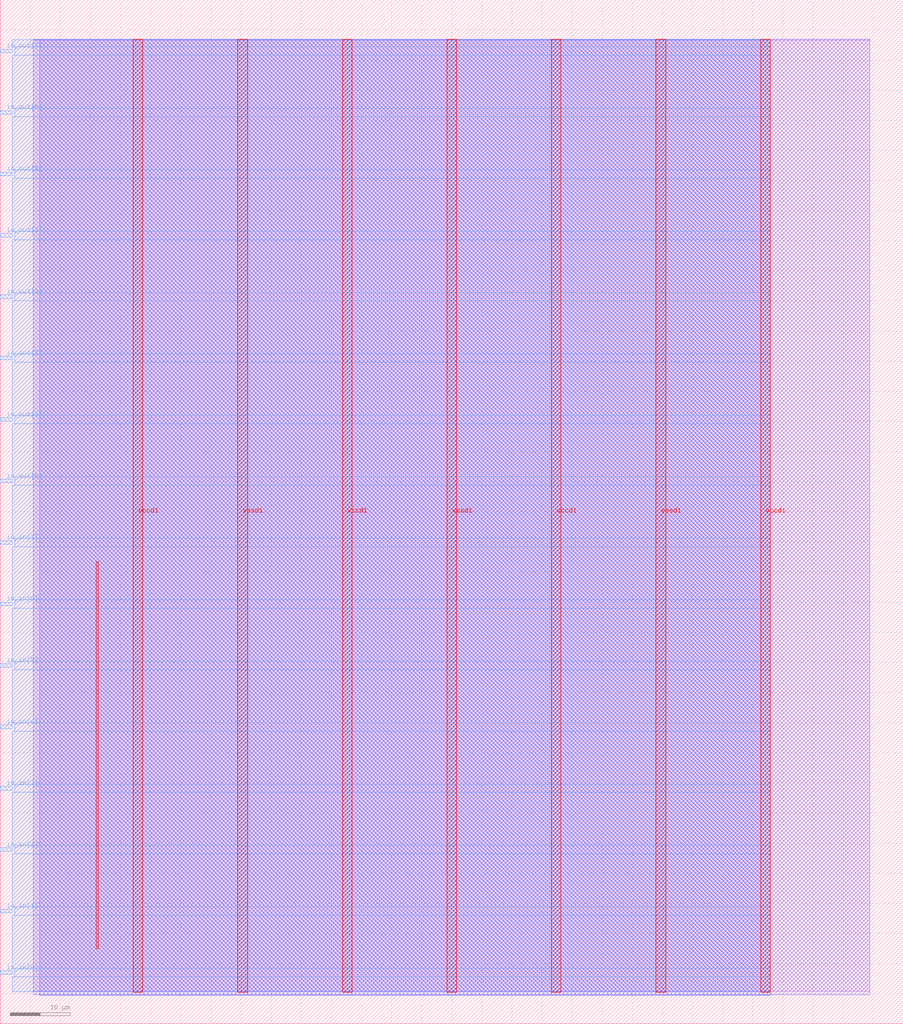
<source format=lef>
VERSION 5.7 ;
  NOWIREEXTENSIONATPIN ON ;
  DIVIDERCHAR "/" ;
  BUSBITCHARS "[]" ;
MACRO user_module_347787021138264660
  CLASS BLOCK ;
  FOREIGN user_module_347787021138264660 ;
  ORIGIN 0.000 0.000 ;
  SIZE 150.000 BY 170.000 ;
  PIN io_in[0]
    DIRECTION INPUT ;
    USE SIGNAL ;
    PORT
      LAYER met3 ;
        RECT 0.000 8.200 2.000 8.800 ;
    END
  END io_in[0]
  PIN io_in[1]
    DIRECTION INPUT ;
    USE SIGNAL ;
    PORT
      LAYER met3 ;
        RECT 0.000 18.400 2.000 19.000 ;
    END
  END io_in[1]
  PIN io_in[2]
    DIRECTION INPUT ;
    USE SIGNAL ;
    PORT
      LAYER met3 ;
        RECT 0.000 28.600 2.000 29.200 ;
    END
  END io_in[2]
  PIN io_in[3]
    DIRECTION INPUT ;
    USE SIGNAL ;
    PORT
      LAYER met3 ;
        RECT 0.000 38.800 2.000 39.400 ;
    END
  END io_in[3]
  PIN io_in[4]
    DIRECTION INPUT ;
    USE SIGNAL ;
    PORT
      LAYER met3 ;
        RECT 0.000 49.000 2.000 49.600 ;
    END
  END io_in[4]
  PIN io_in[5]
    DIRECTION INPUT ;
    USE SIGNAL ;
    PORT
      LAYER met3 ;
        RECT 0.000 59.200 2.000 59.800 ;
    END
  END io_in[5]
  PIN io_in[6]
    DIRECTION INPUT ;
    USE SIGNAL ;
    PORT
      LAYER met3 ;
        RECT 0.000 69.400 2.000 70.000 ;
    END
  END io_in[6]
  PIN io_in[7]
    DIRECTION INPUT ;
    USE SIGNAL ;
    PORT
      LAYER met3 ;
        RECT 0.000 79.600 2.000 80.200 ;
    END
  END io_in[7]
  PIN io_out[0]
    DIRECTION OUTPUT TRISTATE ;
    USE SIGNAL ;
    PORT
      LAYER met3 ;
        RECT 0.000 89.800 2.000 90.400 ;
    END
  END io_out[0]
  PIN io_out[1]
    DIRECTION OUTPUT TRISTATE ;
    USE SIGNAL ;
    PORT
      LAYER met3 ;
        RECT 0.000 100.000 2.000 100.600 ;
    END
  END io_out[1]
  PIN io_out[2]
    DIRECTION OUTPUT TRISTATE ;
    USE SIGNAL ;
    PORT
      LAYER met3 ;
        RECT 0.000 110.200 2.000 110.800 ;
    END
  END io_out[2]
  PIN io_out[3]
    DIRECTION OUTPUT TRISTATE ;
    USE SIGNAL ;
    PORT
      LAYER met3 ;
        RECT 0.000 120.400 2.000 121.000 ;
    END
  END io_out[3]
  PIN io_out[4]
    DIRECTION OUTPUT TRISTATE ;
    USE SIGNAL ;
    PORT
      LAYER met3 ;
        RECT 0.000 130.600 2.000 131.200 ;
    END
  END io_out[4]
  PIN io_out[5]
    DIRECTION OUTPUT TRISTATE ;
    USE SIGNAL ;
    PORT
      LAYER met3 ;
        RECT 0.000 140.800 2.000 141.400 ;
    END
  END io_out[5]
  PIN io_out[6]
    DIRECTION OUTPUT TRISTATE ;
    USE SIGNAL ;
    PORT
      LAYER met3 ;
        RECT 0.000 151.000 2.000 151.600 ;
    END
  END io_out[6]
  PIN io_out[7]
    DIRECTION OUTPUT TRISTATE ;
    USE SIGNAL ;
    PORT
      LAYER met3 ;
        RECT 0.000 161.200 2.000 161.800 ;
    END
  END io_out[7]
  PIN vccd1
    DIRECTION INOUT ;
    USE POWER ;
    PORT
      LAYER met4 ;
        RECT 22.090 5.200 23.690 163.440 ;
    END
    PORT
      LAYER met4 ;
        RECT 56.830 5.200 58.430 163.440 ;
    END
    PORT
      LAYER met4 ;
        RECT 91.570 5.200 93.170 163.440 ;
    END
    PORT
      LAYER met4 ;
        RECT 126.310 5.200 127.910 163.440 ;
    END
  END vccd1
  PIN vssd1
    DIRECTION INOUT ;
    USE GROUND ;
    PORT
      LAYER met4 ;
        RECT 39.460 5.200 41.060 163.440 ;
    END
    PORT
      LAYER met4 ;
        RECT 74.200 5.200 75.800 163.440 ;
    END
    PORT
      LAYER met4 ;
        RECT 108.940 5.200 110.540 163.440 ;
    END
  END vssd1
  OBS
      LAYER li1 ;
        RECT 5.520 5.355 144.440 163.285 ;
      LAYER met1 ;
        RECT 5.520 4.800 144.440 163.440 ;
      LAYER met2 ;
        RECT 6.530 4.770 127.880 163.385 ;
      LAYER met3 ;
        RECT 2.000 162.200 127.900 163.365 ;
        RECT 2.400 160.800 127.900 162.200 ;
        RECT 2.000 152.000 127.900 160.800 ;
        RECT 2.400 150.600 127.900 152.000 ;
        RECT 2.000 141.800 127.900 150.600 ;
        RECT 2.400 140.400 127.900 141.800 ;
        RECT 2.000 131.600 127.900 140.400 ;
        RECT 2.400 130.200 127.900 131.600 ;
        RECT 2.000 121.400 127.900 130.200 ;
        RECT 2.400 120.000 127.900 121.400 ;
        RECT 2.000 111.200 127.900 120.000 ;
        RECT 2.400 109.800 127.900 111.200 ;
        RECT 2.000 101.000 127.900 109.800 ;
        RECT 2.400 99.600 127.900 101.000 ;
        RECT 2.000 90.800 127.900 99.600 ;
        RECT 2.400 89.400 127.900 90.800 ;
        RECT 2.000 80.600 127.900 89.400 ;
        RECT 2.400 79.200 127.900 80.600 ;
        RECT 2.000 70.400 127.900 79.200 ;
        RECT 2.400 69.000 127.900 70.400 ;
        RECT 2.000 60.200 127.900 69.000 ;
        RECT 2.400 58.800 127.900 60.200 ;
        RECT 2.000 50.000 127.900 58.800 ;
        RECT 2.400 48.600 127.900 50.000 ;
        RECT 2.000 39.800 127.900 48.600 ;
        RECT 2.400 38.400 127.900 39.800 ;
        RECT 2.000 29.600 127.900 38.400 ;
        RECT 2.400 28.200 127.900 29.600 ;
        RECT 2.000 19.400 127.900 28.200 ;
        RECT 2.400 18.000 127.900 19.400 ;
        RECT 2.000 9.200 127.900 18.000 ;
        RECT 2.400 7.800 127.900 9.200 ;
        RECT 2.000 5.275 127.900 7.800 ;
      LAYER met4 ;
        RECT 15.935 12.415 16.265 76.665 ;
  END
END user_module_347787021138264660
END LIBRARY


</source>
